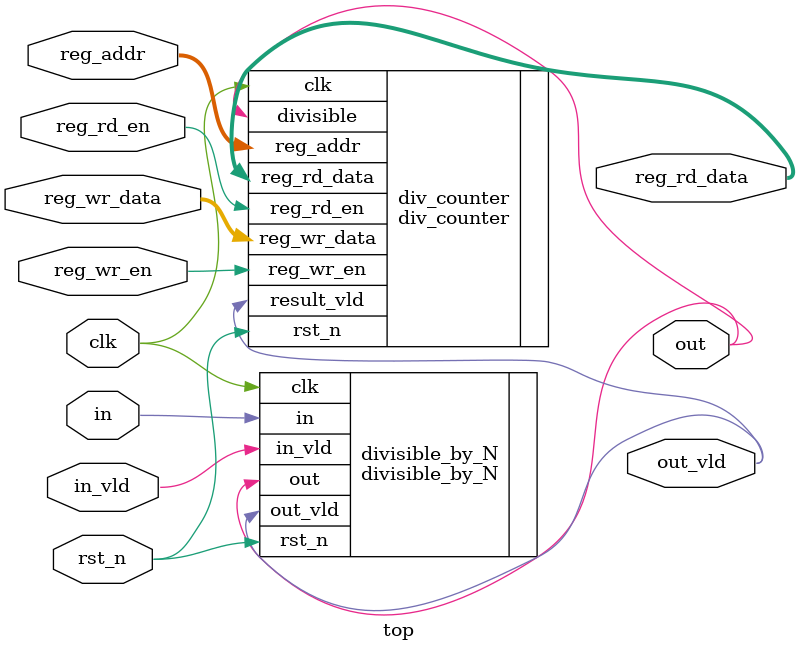
<source format=v>


`define REG_ADDR_SZ  8
`define REG_DATA_SZ 16

// Root RTL module
module top(
    input clk,
    input rst_n,

    // Inputs of divisibility checker module
    input in,
    input in_vld,

    // Outputs of divisibility checker module
    output out,
    output out_vld,

    // Register bus
    input                     reg_rd_en,
    input                     reg_wr_en,
    input  [`REG_ADDR_SZ-1:0] reg_addr,
    input  [`REG_DATA_SZ-1:0] reg_wr_data,
    output [`REG_DATA_SZ-1:0] reg_rd_data
);

    // Divisibility checker
    divisible_by_N divisible_by_N(
        .clk     (clk),
        .rst_n   (rst_n),
        .in      (in),
        .in_vld  (in_vld),
        .out     (out),
        .out_vld (out_vld)
    );

    // Counter
    div_counter div_counter(
        .clk         (clk),
        .rst_n       (rst_n),
        .divisible   (out),
        .result_vld  (out_vld),
        .reg_rd_en   (reg_rd_en),
        .reg_wr_en   (reg_wr_en),
        .reg_addr    (reg_addr),
        .reg_wr_data (reg_wr_data),
        .reg_rd_data (reg_rd_data)
    );
endmodule : top


</source>
